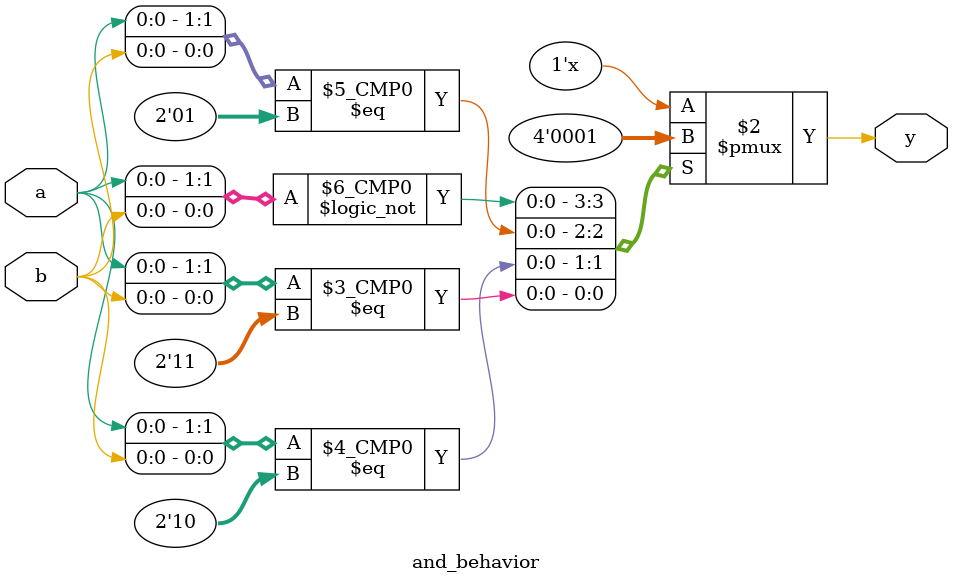
<source format=v>
module and_behavior(y,a,b);
output y;
input a,b;
reg y; 
always @ (a or b)
begin 
case ({a, b})
2'b00: begin y = 0; end 
2'b01: begin y = 0; end
2'b10: begin y = 0; end
2'b11: begin y = 1; end
endcase
end
endmodule
</source>
